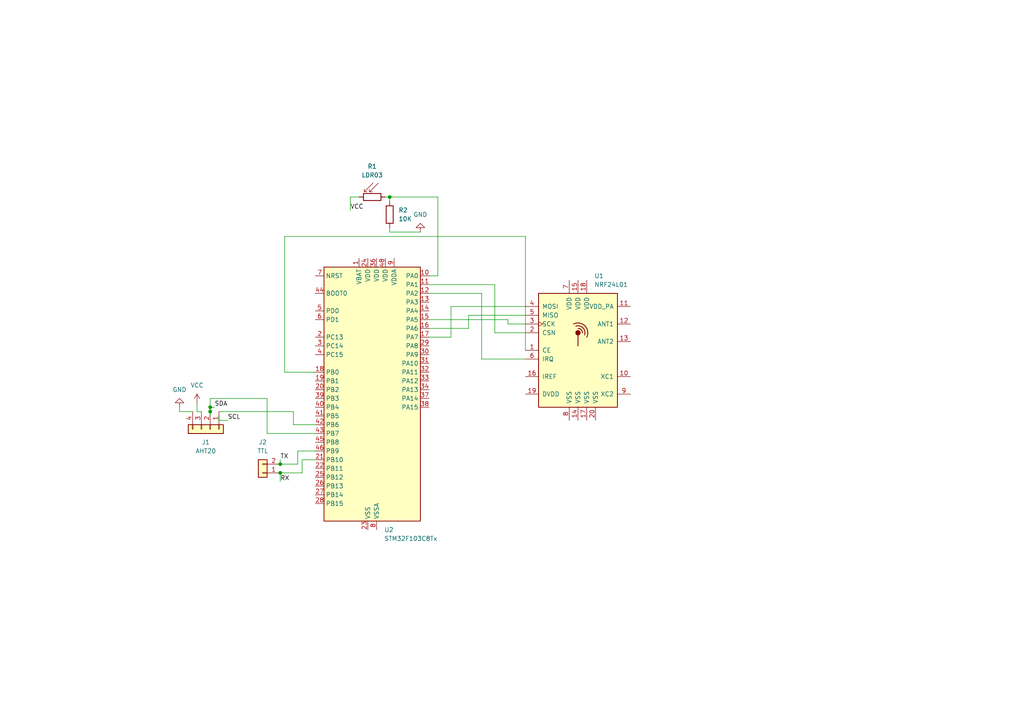
<source format=kicad_sch>
(kicad_sch (version 20230121) (generator eeschema)
  (paper "A4")
  (lib_symbols
    (symbol "Connector_Generic:Conn_01x02" (pin_names (offset 1.016) hide)
      (property "Reference" "J" (at 0 2.54 0))
      (property "Value" "Conn_01x02" (at 0 -5.08 0))
      (symbol "Conn_01x02_1_1"
        (rectangle (start -1.27 -2.413) (end 0 -2.667) (stroke (width 0.1524)))
        (rectangle (start -1.27 0.127) (end 0 -0.127) (stroke (width 0.1524)))
        (rectangle (start -1.27 1.27) (end 1.27 -3.81) (stroke (width 0.254)) (fill (type background)))
        (pin passive line (at -5.08 0 0) (length 3.81) (name "Pin_1") (number "1"))
        (pin passive line (at -5.08 -2.54 0) (length 3.81) (name "Pin_2") (number "2"))
      )
    )
    (symbol "Connector_Generic:Conn_01x04" (pin_names (offset 1.016) hide)
      (property "Reference" "J" (at 0 5.08 0))
      (property "Value" "Conn_01x04" (at 0 -7.62 0))
      (symbol "Conn_01x04_1_1"
        (rectangle (start -1.27 -4.953) (end 0 -5.207) (stroke (width 0.1524)))
        (rectangle (start -1.27 -2.413) (end 0 -2.667) (stroke (width 0.1524)))
        (rectangle (start -1.27 0.127) (end 0 -0.127) (stroke (width 0.1524)))
        (rectangle (start -1.27 2.667) (end 0 2.413) (stroke (width 0.1524)))
        (rectangle (start -1.27 3.81) (end 1.27 -6.35) (stroke (width 0.254)) (fill (type background)))
        (pin passive line (at -5.08 2.54 0) (length 3.81) (name "Pin_1") (number "1"))
        (pin passive line (at -5.08 0 0) (length 3.81) (name "Pin_2") (number "2"))
        (pin passive line (at -5.08 -2.54 0) (length 3.81) (name "Pin_3") (number "3"))
        (pin passive line (at -5.08 -5.08 0) (length 3.81) (name "Pin_4") (number "4"))
      )
    )
    (symbol "Device:R" (pin_numbers hide) (pin_names (offset 0))
      (property "Reference" "R" (at 2.032 0 90))
      (property "Value" "R" (at 0 0 90))
      (symbol "R_0_1"
        (rectangle (start -1.016 -2.54) (end 1.016 2.54) (stroke (width 0.254)))
      )
      (symbol "R_1_1"
        (pin passive line (at 0 3.81 270) (length 1.27) (name "~") (number "1"))
        (pin passive line (at 0 -3.81 90) (length 1.27) (name "~") (number "2"))
      )
    )
    (symbol "MCU_ST_STM32F1:STM32F103C8Tx"
      (property "Reference" "U" (at -12.7 39.37 0))
      (property "Value" "STM32F103C8Tx" (at 10.16 39.37 0))
      (symbol "STM32F103C8Tx_0_1"
        (rectangle (start -12.7 -35.56) (end 15.24 38.1) (stroke (width 0.254)) (fill (type background)))
      )
      (symbol "STM32F103C8Tx_1_1"
        (pin power_in line (at -2.54 40.64 270) (length 2.54) (name "VBAT") (number "1"))
        (pin bidirectional line (at 17.78 35.56 180) (length 2.54) (name "PA0") (number "10"))
        (pin bidirectional line (at 17.78 33.02 180) (length 2.54) (name "PA1") (number "11"))
        (pin bidirectional line (at 17.78 30.48 180) (length 2.54) (name "PA2") (number "12"))
        (pin bidirectional line (at 17.78 27.94 180) (length 2.54) (name "PA3") (number "13"))
        (pin bidirectional line (at 17.78 25.4 180) (length 2.54) (name "PA4") (number "14"))
        (pin bidirectional line (at 17.78 22.86 180) (length 2.54) (name "PA5") (number "15"))
        (pin bidirectional line (at 17.78 20.32 180) (length 2.54) (name "PA6") (number "16"))
        (pin bidirectional line (at 17.78 17.78 180) (length 2.54) (name "PA7") (number "17"))
        (pin bidirectional line (at -15.24 7.62 0) (length 2.54) (name "PB0") (number "18"))
        (pin bidirectional line (at -15.24 5.08 0) (length 2.54) (name "PB1") (number "19"))
        (pin bidirectional line (at -15.24 17.78 0) (length 2.54) (name "PC13") (number "2"))
        (pin bidirectional line (at -15.24 2.54 0) (length 2.54) (name "PB2") (number "20"))
        (pin bidirectional line (at -15.24 -17.78 0) (length 2.54) (name "PB10") (number "21"))
        (pin bidirectional line (at -15.24 -20.32 0) (length 2.54) (name "PB11") (number "22"))
        (pin power_in line (at 0 -38.1 90) (length 2.54) (name "VSS") (number "23"))
        (pin power_in line (at 0 40.64 270) (length 2.54) (name "VDD") (number "24"))
        (pin bidirectional line (at -15.24 -22.86 0) (length 2.54) (name "PB12") (number "25"))
        (pin bidirectional line (at -15.24 -25.4 0) (length 2.54) (name "PB13") (number "26"))
        (pin bidirectional line (at -15.24 -27.94 0) (length 2.54) (name "PB14") (number "27"))
        (pin bidirectional line (at -15.24 -30.48 0) (length 2.54) (name "PB15") (number "28"))
        (pin bidirectional line (at 17.78 15.24 180) (length 2.54) (name "PA8") (number "29"))
        (pin bidirectional line (at -15.24 15.24 0) (length 2.54) (name "PC14") (number "3"))
        (pin bidirectional line (at 17.78 12.7 180) (length 2.54) (name "PA9") (number "30"))
        (pin bidirectional line (at 17.78 10.16 180) (length 2.54) (name "PA10") (number "31"))
        (pin bidirectional line (at 17.78 7.62 180) (length 2.54) (name "PA11") (number "32"))
        (pin bidirectional line (at 17.78 5.08 180) (length 2.54) (name "PA12") (number "33"))
        (pin bidirectional line (at 17.78 2.54 180) (length 2.54) (name "PA13") (number "34"))
        (pin passive line (at 0 -38.1 90) (length 2.54) hide (name "VSS") (number "35"))
        (pin power_in line (at 2.54 40.64 270) (length 2.54) (name "VDD") (number "36"))
        (pin bidirectional line (at 17.78 0 180) (length 2.54) (name "PA14") (number "37"))
        (pin bidirectional line (at 17.78 -2.54 180) (length 2.54) (name "PA15") (number "38"))
        (pin bidirectional line (at -15.24 0 0) (length 2.54) (name "PB3") (number "39"))
        (pin bidirectional line (at -15.24 12.7 0) (length 2.54) (name "PC15") (number "4"))
        (pin bidirectional line (at -15.24 -2.54 0) (length 2.54) (name "PB4") (number "40"))
        (pin bidirectional line (at -15.24 -5.08 0) (length 2.54) (name "PB5") (number "41"))
        (pin bidirectional line (at -15.24 -7.62 0) (length 2.54) (name "PB6") (number "42"))
        (pin bidirectional line (at -15.24 -10.16 0) (length 2.54) (name "PB7") (number "43"))
        (pin input line (at -15.24 30.48 0) (length 2.54) (name "BOOT0") (number "44"))
        (pin bidirectional line (at -15.24 -12.7 0) (length 2.54) (name "PB8") (number "45"))
        (pin bidirectional line (at -15.24 -15.24 0) (length 2.54) (name "PB9") (number "46"))
        (pin passive line (at 0 -38.1 90) (length 2.54) hide (name "VSS") (number "47"))
        (pin power_in line (at 5.08 40.64 270) (length 2.54) (name "VDD") (number "48"))
        (pin bidirectional line (at -15.24 25.4 0) (length 2.54) (name "PD0") (number "5"))
        (pin bidirectional line (at -15.24 22.86 0) (length 2.54) (name "PD1") (number "6"))
        (pin input line (at -15.24 35.56 0) (length 2.54) (name "NRST") (number "7"))
        (pin power_in line (at 2.54 -38.1 90) (length 2.54) (name "VSSA") (number "8"))
        (pin power_in line (at 7.62 40.64 270) (length 2.54) (name "VDDA") (number "9"))
      )
    )
    (symbol "RF:NRF24L01" (pin_names (offset 1.016))
      (property "Reference" "U" (at -11.43 17.78 0))
      (property "Value" "NRF24L01" (at 5.08 17.78 0))
      (symbol "NRF24L01_0_1"
        (rectangle (start -11.43 16.51) (end 11.43 -16.51) (stroke (width 0.254)) (fill (type background)))
        (polyline (pts (xy 0 4.445) (xy 0 1.27)) (stroke (width 0.254)))
        (circle (center 0 5.08) (radius 0.635) (stroke (width 0.254)) (fill (type outline)))
        (arc (start 1.27 5.08) (mid 0.9071 5.9946) (end 0 6.35) (stroke (width 0.254)))
        (arc (start 1.905 4.445) (mid 1.4313 6.5254) (end -0.635 6.985) (stroke (width 0.254)))
        (arc (start 2.54 3.81) (mid 2.008 7.088) (end -1.27 7.62) (stroke (width 0.254)))
        (rectangle (start 11.43 -13.97) (end 11.43 -13.97))
      )
      (symbol "NRF24L01_1_1"
        (pin input line (at -15.24 0 0) (length 3.81) (name "CE") (number "1"))
        (pin passive line (at 15.24 -7.62 180) (length 3.81) (name "XC1") (number "10"))
        (pin power_out line (at 15.24 12.7 180) (length 3.81) (name "VDD_PA") (number "11"))
        (pin passive line (at 15.24 7.62 180) (length 3.81) (name "ANT1") (number "12"))
        (pin passive line (at 15.24 2.54 180) (length 3.81) (name "ANT2") (number "13"))
        (pin power_in line (at 0 -20.32 90) (length 3.81) (name "VSS") (number "14"))
        (pin power_in line (at 0 20.32 270) (length 3.81) (name "VDD") (number "15"))
        (pin passive line (at -15.24 -7.62 0) (length 3.81) (name "IREF") (number "16"))
        (pin power_in line (at 2.54 -20.32 90) (length 3.81) (name "VSS") (number "17"))
        (pin power_in line (at 2.54 20.32 270) (length 3.81) (name "VDD") (number "18"))
        (pin power_out line (at -15.24 -12.7 0) (length 3.81) (name "DVDD") (number "19"))
        (pin input line (at -15.24 5.08 0) (length 3.81) (name "CSN") (number "2"))
        (pin power_in line (at 5.08 -20.32 90) (length 3.81) (name "VSS") (number "20"))
        (pin input clock (at -15.24 7.62 0) (length 3.81) (name "SCK") (number "3"))
        (pin input line (at -15.24 12.7 0) (length 3.81) (name "MOSI") (number "4"))
        (pin output line (at -15.24 10.16 0) (length 3.81) (name "MISO") (number "5"))
        (pin output line (at -15.24 -2.54 0) (length 3.81) (name "IRQ") (number "6"))
        (pin power_in line (at -2.54 20.32 270) (length 3.81) (name "VDD") (number "7"))
        (pin power_in line (at -2.54 -20.32 90) (length 3.81) (name "VSS") (number "8"))
        (pin passive line (at 15.24 -12.7 180) (length 3.81) (name "XC2") (number "9"))
      )
    )
    (symbol "Sensor_Optical:LDR03" (pin_numbers hide) (pin_names (offset 0))
      (property "Reference" "R" (at -5.08 0 90))
      (property "Value" "LDR03" (at 1.905 0 90))
      (symbol "LDR03_0_1"
        (rectangle (start -1.016 2.54) (end 1.016 -2.54) (stroke (width 0.254)))
        (polyline (pts (xy -1.524 -2.286) (xy -4.064 0.254)))
        (polyline (pts (xy -1.524 -2.286) (xy -2.286 -2.286)))
        (polyline (pts (xy -1.524 -2.286) (xy -1.524 -1.524)))
        (polyline (pts (xy -1.524 -0.762) (xy -4.064 1.778)))
        (polyline (pts (xy -1.524 -0.762) (xy -2.286 -0.762)))
        (polyline (pts (xy -1.524 -0.762) (xy -1.524 0)))
      )
      (symbol "LDR03_1_1"
        (pin passive line (at 0 3.81 270) (length 1.27) (name "~") (number "1"))
        (pin passive line (at 0 -3.81 90) (length 1.27) (name "~") (number "2"))
      )
    )
    (symbol "power:GND" (power) (pin_names (offset 0))
      (property "Value" "GND" (at 0 -3.81 0))
      (symbol "GND_0_1"
        (polyline (pts (xy 0 0) (xy 0 -1.27) (xy 1.27 -1.27) (xy 0 -2.54) (xy -1.27 -1.27) (xy 0 -1.27)))
      )
      (symbol "GND_1_1"
        (pin power_in line (at 0 0 270) (length 0) hide (name "GND") (number "1"))
      )
    )
    (symbol "power:VCC" (power) (pin_names (offset 0))
      (property "Value" "VCC" (at 0 3.81 0))
      (symbol "VCC_0_1"
        (polyline (pts (xy -0.762 1.27) (xy 0 2.54)))
        (polyline (pts (xy 0 0) (xy 0 2.54)))
        (polyline (pts (xy 0 2.54) (xy 0.762 1.27)))
      )
      (symbol "VCC_1_1"
        (pin power_in line (at 0 0 90) (length 0) hide (name "VCC") (number "1"))
      )
    )
  )
  (junction (at 81.28 134.62))
  (junction (at 113.03 57.15))
  (junction (at 60.96 118.11))
  (junction (at 60.96 119.38))
  (junction (at 81.28 137.16))
  (wire (pts (xy 127 80.01) (xy 127 57.15)))
  (wire (pts (xy 81.28 133.35) (xy 81.28 134.62)))
  (wire (pts (xy 113.03 58.42) (xy 113.03 57.15)))
  (wire (pts (xy 77.47 115.57) (xy 77.47 125.73)))
  (wire (pts (xy 139.7 85.09) (xy 139.7 104.14)))
  (wire (pts (xy 62.23 118.11) (xy 60.96 118.11)))
  (wire (pts (xy 124.46 97.79) (xy 130.81 97.79)))
  (wire (pts (xy 152.4 68.58) (xy 152.4 101.6)))
  (wire (pts (xy 147.32 92.71) (xy 147.32 93.98)))
  (wire (pts (xy 85.09 119.38) (xy 85.09 123.19)))
  (wire (pts (xy 135.89 91.44) (xy 152.4 91.44)))
  (wire (pts (xy 87.63 133.35) (xy 91.44 133.35)))
  (wire (pts (xy 60.96 118.11) (xy 60.96 119.38)))
  (wire (pts (xy 124.46 95.25) (xy 135.89 95.25)))
  (wire (pts (xy 135.89 95.25) (xy 135.89 91.44)))
  (wire (pts (xy 60.96 115.57) (xy 77.47 115.57)))
  (wire (pts (xy 60.96 119.38) (xy 60.96 120.65)))
  (wire (pts (xy 57.15 116.84) (xy 57.15 119.38)))
  (wire (pts (xy 130.81 88.9) (xy 152.4 88.9)))
  (wire (pts (xy 127 57.15) (xy 113.03 57.15)))
  (wire (pts (xy 86.36 134.62) (xy 86.36 130.81)))
  (wire (pts (xy 82.55 107.95) (xy 82.55 68.58)))
  (wire (pts (xy 81.28 134.62) (xy 86.36 134.62)))
  (wire (pts (xy 91.44 107.95) (xy 82.55 107.95)))
  (wire (pts (xy 81.28 137.16) (xy 87.63 137.16)))
  (wire (pts (xy 124.46 80.01) (xy 127 80.01)))
  (wire (pts (xy 113.03 66.04) (xy 113.03 67.31)))
  (wire (pts (xy 101.6 57.15) (xy 104.14 57.15)))
  (wire (pts (xy 124.46 85.09) (xy 139.7 85.09)))
  (wire (pts (xy 77.47 125.73) (xy 91.44 125.73)))
  (wire (pts (xy 130.81 97.79) (xy 130.81 88.9)))
  (wire (pts (xy 63.5 119.38) (xy 85.09 119.38)))
  (wire (pts (xy 143.51 82.55) (xy 143.51 96.52)))
  (wire (pts (xy 139.7 104.14) (xy 152.4 104.14)))
  (wire (pts (xy 60.96 115.57) (xy 60.96 118.11)))
  (wire (pts (xy 52.07 118.11) (xy 52.07 119.38)))
  (wire (pts (xy 101.6 60.96) (xy 101.6 57.15)))
  (wire (pts (xy 147.32 93.98) (xy 152.4 93.98)))
  (wire (pts (xy 124.46 92.71) (xy 147.32 92.71)))
  (wire (pts (xy 63.5 120.65) (xy 63.5 121.92)))
  (wire (pts (xy 85.09 123.19) (xy 91.44 123.19)))
  (wire (pts (xy 66.04 121.92) (xy 63.5 121.92)))
  (wire (pts (xy 111.76 57.15) (xy 113.03 57.15)))
  (wire (pts (xy 86.36 130.81) (xy 91.44 130.81)))
  (wire (pts (xy 52.07 119.38) (xy 55.88 119.38)))
  (wire (pts (xy 143.51 96.52) (xy 152.4 96.52)))
  (wire (pts (xy 124.46 82.55) (xy 143.51 82.55)))
  (wire (pts (xy 57.15 119.38) (xy 58.42 119.38)))
  (wire (pts (xy 82.55 68.58) (xy 152.4 68.58)))
  (wire (pts (xy 87.63 137.16) (xy 87.63 133.35)))
  (wire (pts (xy 113.03 67.31) (xy 121.92 67.31)))
  (wire (pts (xy 81.28 137.16) (xy 81.28 139.7)))
  (label "SDA" (at 62.23 118.11 0))
  (label "SCL" (at 66.04 121.92 0))
  (label "VCC" (at 101.6 60.96 0))
  (label "RX" (at 81.28 139.7 0))
  (label "TX" (at 81.28 133.35 0))
  (symbol (lib_id "power:GND") (at 121.92 67.31 180) (unit 1)
    (property "Reference" "#PWR03" (effects hide))
    (property "Value" "GND" (at 121.92 62.23 0))
  )
  (symbol (lib_id "power:GND") (at 52.07 118.11 180) (unit 1)
    (property "Reference" "#PWR02" (effects hide))
    (property "Value" "GND" (at 52.07 113.03 0))
  )
  (symbol (lib_id "power:VCC") (at 57.15 116.84 0) (unit 1)
    (property "Reference" "#PWR01" (effects hide))
    (property "Value" "VCC" (at 57.15 111.76 0))
  )
  (symbol (lib_id "Device:R") (at 113.03 62.23 0) (unit 1)
    (property "Reference" "R2" (at 115.57 60.96 0) (effects (justify left)))
    (property "Value" "10K" (at 115.57 63.5 0) (effects (justify left)))
  )
  (symbol (lib_id "Connector_Generic:Conn_01x02") (at 76.2 137.16 180) (unit 1)
    (property "Reference" "J2" (at 76.2 128.27 0))
    (property "Value" "TTL" (at 76.2 130.81 0))
  )
  (symbol (lib_id "Connector_Generic:Conn_01x04") (at 60.96 124.46 270) (unit 1)
    (property "Reference" "J1" (at 59.69 128.27 90))
    (property "Value" "AHT20" (at 59.69 130.81 90))
  )
  (symbol (lib_id "RF:NRF24L01") (at 167.64 101.6 0) (unit 1)
    (property "Reference" "U1" (at 172.3741 80.01 0) (effects (justify left)))
    (property "Value" "NRF24L01" (at 172.3741 82.55 0) (effects (justify left)))
    (property "Footprint" "Package_DFN_QFN:QFN-20-1EP_4x4mm_P0.5mm_EP2.5x2.5mm" (effects hide))
    (property "Datasheet" "http://www.nordicsemi.com/eng/content/download/2730/34105/file/nRF24L01_Product_Specification_v2_0.pdf" (effects hide))
  )
  (symbol (lib_id "Sensor_Optical:LDR03") (at 107.95 57.15 270) (unit 1)
    (property "Reference" "R1" (at 107.95 48.26 90))
    (property "Value" "LDR03" (at 107.95 50.8 90))
    (property "Footprint" "OptoDevice:R_LDR_10x8.5mm_P7.6mm_Vertical" (effects hide))
    (property "Datasheet" "http://www.elektronica-componenten.nl/WebRoot/StoreNL/Shops/61422969/54F1/BA0C/C664/31B9/2173/C0A8/2AB9/2AEF/LDR03IMP.pdf" (effects hide))
  )
  (symbol (lib_id "MCU_ST_STM32F1:STM32F103C8Tx") (at 106.68 115.57 0) (unit 1)
    (property "Reference" "U2" (at 111.4141 153.67 0) (effects (justify left)))
    (property "Value" "STM32F103C8Tx" (at 111.4141 156.21 0) (effects (justify left)))
    (property "Footprint" "Package_QFP:LQFP-48_7x7mm_P0.5mm" (effects hide))
    (property "Datasheet" "https://www.st.com/resource/en/datasheet/stm32f103c8.pdf" (effects hide))
  )
)
</source>
